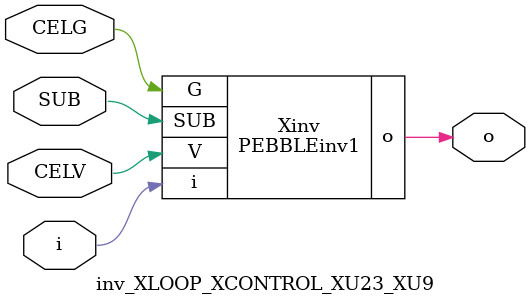
<source format=v>



module PEBBLEinv1 ( o, G, SUB, V, i );

  input V;
  input i;
  input G;
  output o;
  input SUB;
endmodule

//Celera Confidential Do Not Copy inv_XLOOP_XCONTROL_XU23_XU9
//Celera Confidential Symbol Generator
//5V Inverter
module inv_XLOOP_XCONTROL_XU23_XU9 (CELV,CELG,i,o,SUB);
input CELV;
input CELG;
input i;
input SUB;
output o;

//Celera Confidential Do Not Copy inv
PEBBLEinv1 Xinv(
.V (CELV),
.i (i),
.o (o),
.SUB (SUB),
.G (CELG)
);
//,diesize,PEBBLEinv1

//Celera Confidential Do Not Copy Module End
//Celera Schematic Generator
endmodule

</source>
